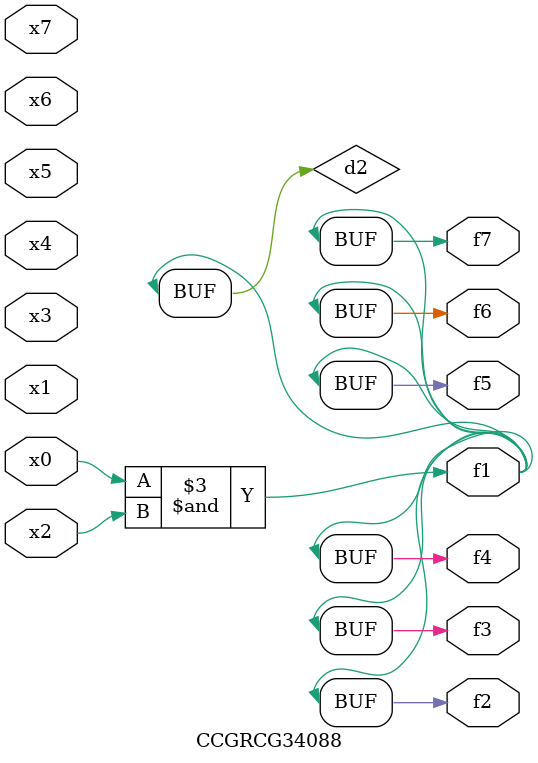
<source format=v>
module CCGRCG34088(
	input x0, x1, x2, x3, x4, x5, x6, x7,
	output f1, f2, f3, f4, f5, f6, f7
);

	wire d1, d2;

	nor (d1, x3, x6);
	and (d2, x0, x2);
	assign f1 = d2;
	assign f2 = d2;
	assign f3 = d2;
	assign f4 = d2;
	assign f5 = d2;
	assign f6 = d2;
	assign f7 = d2;
endmodule

</source>
